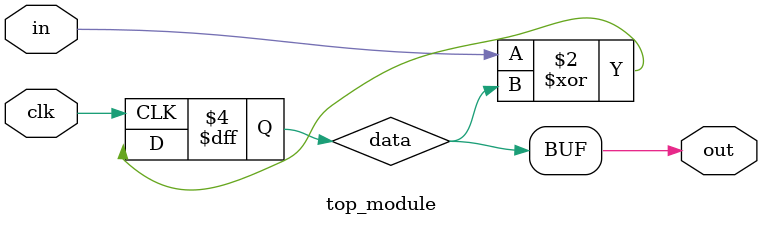
<source format=sv>
module top_module (
	input clk,
	input in,
	output logic out
);

reg data;

always_ff @(posedge clk)
begin
    data <= in ^ out;
end

always_comb
begin
    out <= data;
end

endmodule

</source>
